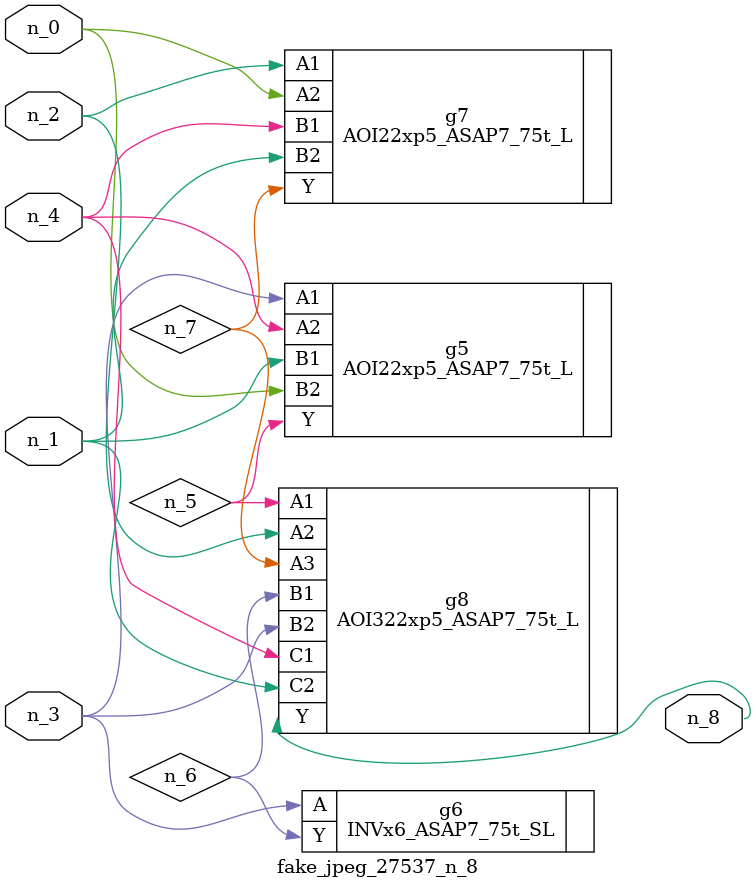
<source format=v>
module fake_jpeg_27537_n_8 (n_3, n_2, n_1, n_0, n_4, n_8);

input n_3;
input n_2;
input n_1;
input n_0;
input n_4;

output n_8;

wire n_6;
wire n_5;
wire n_7;

AOI22xp5_ASAP7_75t_L g5 ( 
.A1(n_3),
.A2(n_4),
.B1(n_1),
.B2(n_0),
.Y(n_5)
);

INVx6_ASAP7_75t_SL g6 ( 
.A(n_3),
.Y(n_6)
);

AOI22xp5_ASAP7_75t_L g7 ( 
.A1(n_2),
.A2(n_0),
.B1(n_4),
.B2(n_1),
.Y(n_7)
);

AOI322xp5_ASAP7_75t_L g8 ( 
.A1(n_5),
.A2(n_2),
.A3(n_7),
.B1(n_6),
.B2(n_3),
.C1(n_4),
.C2(n_1),
.Y(n_8)
);


endmodule
</source>
